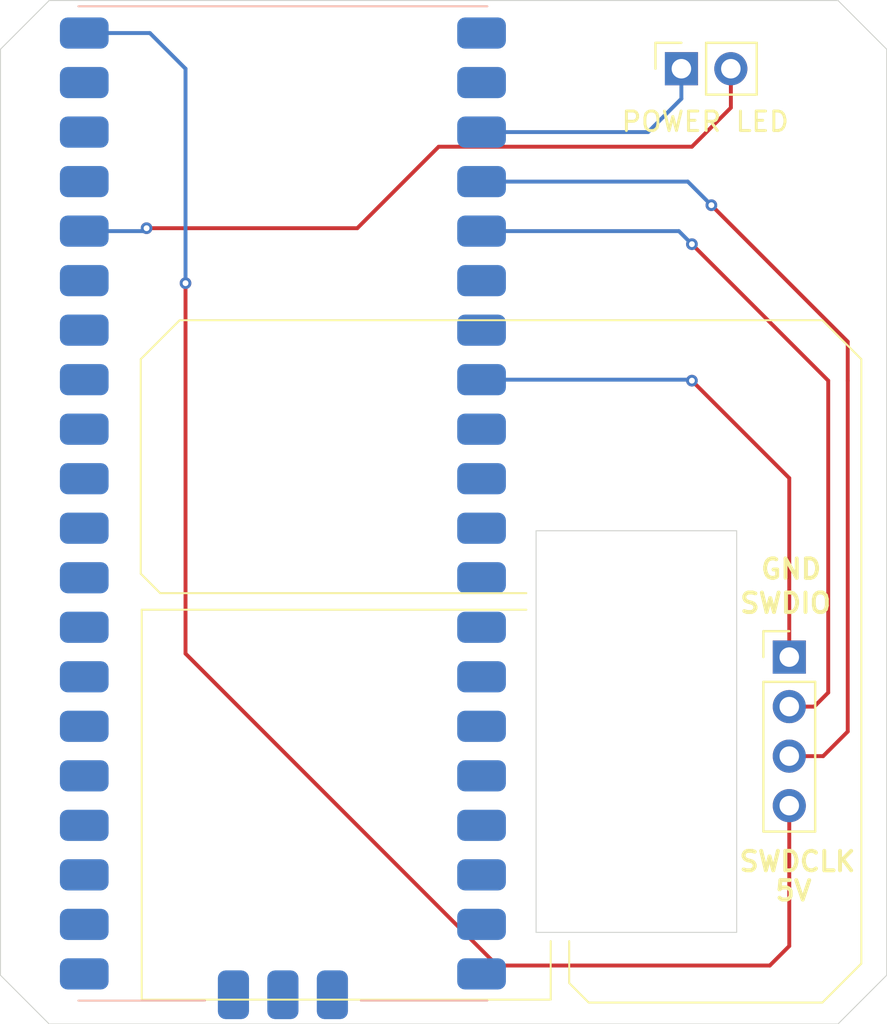
<source format=kicad_pcb>
(kicad_pcb (version 20240108) (generator "pcbnew") (generator_version "8.0")
  (layers (0 "F.Cu" signal) (31 "B.Cu" signal) (34 "B.Paste" user) (35 "F.Paste" user) (36 "B.SilkS" user "B.Silkscreen") (37 "F.SilkS" user "F.Silkscreen") (38 "B.Mask" user) (39 "F.Mask" user) (44 "Edge.Cuts" user))
  (net 0 "")
  (net 1 "GND")
  (net 2 "CLK")
  (net 3 "3.3V")
  (net 4 "5V")
  (net 5 "IO")
  (footprint "Connector_PinSocket_2.54mm:PinSocket_1x02_P2.54mm_Vertical" (layer "F.Cu") (at 148.46 82 90)
    (property "Reference" "D1" (hide yes))
    (property "Value" "LED")
    (fp_line (start 1.33 -1.33) (end 1.33 0) (stroke (width 0.12)) (layer "F.SilkS"))
    (fp_line (start 0 -1.33) (end 1.33 -1.33) (stroke (width 0.12)) (layer "F.SilkS"))
    (fp_line (start 1.33 1.27) (end 1.33 3.87) (stroke (width 0.12)) (layer "F.SilkS"))
    (fp_line (start -1.33 1.27) (end 1.33 1.27) (stroke (width 0.12)) (layer "F.SilkS"))
    (fp_line (start -1.33 1.27) (end -1.33 3.87) (stroke (width 0.12)) (layer "F.SilkS"))
    (fp_line (start -1.33 3.87) (end 1.33 3.87) (stroke (width 0.12)) (layer "F.SilkS"))
    (pad "1" thru_hole rect (at 0 0 90) (size 1.7 1.7) (drill 1) (layers "*.Cu" "*.Mask") (net 1 "GND"))
    (pad "2" thru_hole oval (at 0 2.54 90) (size 1.7 1.7) (drill 1) (layers "*.Cu" "*.Mask") (net 3 "3.3V"))
  )
  (footprint "Connector_PinHeader_2.54mm:PinHeader_1x04_P2.54mm_Vertical" (layer "F.Cu") (at 154 112.18)
    (property "Reference" "J1" (hide yes))
    (property "Value" "watch_connector" (hide yes))
    (fp_line (start -1.33 -1.33) (end 0 -1.33) (stroke (width 0.12)) (layer "F.SilkS"))
    (fp_line (start -1.33 0) (end -1.33 -1.33) (stroke (width 0.12)) (layer "F.SilkS"))
    (fp_line (start -1.33 1.27) (end -1.33 8.95) (stroke (width 0.12)) (layer "F.SilkS"))
    (fp_line (start -1.33 1.27) (end 1.33 1.27) (stroke (width 0.12)) (layer "F.SilkS"))
    (fp_line (start -1.33 8.95) (end 1.33 8.95) (stroke (width 0.12)) (layer "F.SilkS"))
    (fp_line (start 1.33 1.27) (end 1.33 8.95) (stroke (width 0.12)) (layer "F.SilkS"))
    (pad "1" thru_hole rect (at 0 0) (size 1.7 1.7) (drill 1) (layers "*.Cu" "*.Mask") (net 1 "GND"))
    (pad "2" thru_hole oval (at 0 2.54) (size 1.7 1.7) (drill 1) (layers "*.Cu" "*.Mask") (net 5 "IO"))
    (pad "3" thru_hole oval (at 0 5.08) (size 1.7 1.7) (drill 1) (layers "*.Cu" "*.Mask") (net 2 "CLK"))
    (pad "4" thru_hole oval (at 0 7.62) (size 1.7 1.7) (drill 1) (layers "*.Cu" "*.Mask") (net 4 "5V"))
  )
  (footprint "charger:pico" (layer "B.Cu") (at 128 104.3 180)
    (property "Reference" "U1" (hide yes))
    (property "Value" "~")
    (fp_line (start 4 -25.5) (end 10.5 -25.5) (stroke (width 0.1)) (layer "B.SilkS"))
    (fp_line (start -4 -25.5) (end -10.5 -25.5) (stroke (width 0.1)) (layer "B.SilkS"))
    (fp_line (start -10.5 25.5) (end 10.5 25.5) (stroke (width 0.1)) (layer "B.SilkS"))
    (pad "0" smd roundrect (at -10.5 24.13 180) (size 2.5 1.6) (drill (offset 0.3 0)) (layers "B.Cu" "B.Paste" "B.Mask"))
    (pad "1" smd roundrect (at -10.5 21.59 180) (size 2.5 1.6) (drill (offset 0.3 0)) (layers "B.Cu" "B.Paste" "B.Mask"))
    (pad "2" smd roundrect (at -10.5 16.51 180) (size 2.5 1.6) (drill (offset 0.3 0)) (layers "B.Cu" "B.Paste" "B.Mask") (net 2 "CLK"))
    (pad "3" smd roundrect (at -10.5 13.97 180) (size 2.5 1.6) (drill (offset 0.3 0)) (layers "B.Cu" "B.Paste" "B.Mask") (net 5 "IO"))
    (pad "4" smd roundrect (at -10.5 11.43 180) (size 2.5 1.6) (drill (offset 0.3 0)) (layers "B.Cu" "B.Paste" "B.Mask"))
    (pad "5" smd roundrect (at -10.5 8.89 180) (size 2.5 1.6) (drill (offset 0.3 0)) (layers "B.Cu" "B.Paste" "B.Mask"))
    (pad "6" smd roundrect (at -10.5 3.81 180) (size 2.5 1.6) (drill (offset 0.3 0)) (layers "B.Cu" "B.Paste" "B.Mask"))
    (pad "7" smd roundrect (at -10.5 1.27 180) (size 2.5 1.6) (drill (offset 0.3 0)) (layers "B.Cu" "B.Paste" "B.Mask"))
    (pad "8" smd roundrect (at -10.5 -1.27 180) (size 2.5 1.6) (drill (offset 0.3 0)) (layers "B.Cu" "B.Paste" "B.Mask"))
    (pad "9" smd roundrect (at -10.5 -3.81 180) (size 2.5 1.6) (drill (offset 0.3 0)) (layers "B.Cu" "B.Paste" "B.Mask"))
    (pad "10" smd roundrect (at -10.5 -8.89 180) (size 2.5 1.6) (drill (offset 0.3 0)) (layers "B.Cu" "B.Paste" "B.Mask"))
    (pad "11" smd roundrect (at -10.5 -11.43 180) (size 2.5 1.6) (drill (offset 0.3 0)) (layers "B.Cu" "B.Paste" "B.Mask"))
    (pad "12" smd roundrect (at -10.5 -13.97 180) (size 2.5 1.6) (drill (offset 0.3 0)) (layers "B.Cu" "B.Paste" "B.Mask"))
    (pad "13" smd roundrect (at -10.5 -16.51 180) (size 2.5 1.6) (drill (offset 0.3 0)) (layers "B.Cu" "B.Paste" "B.Mask"))
    (pad "14" smd roundrect (at -10.5 -21.59 180) (size 2.5 1.6) (drill (offset 0.3 0)) (layers "B.Cu" "B.Paste" "B.Mask"))
    (pad "15" smd roundrect (at -10.5 -24.13 180) (size 2.5 1.6) (drill (offset 0.3 0)) (layers "B.Cu" "B.Paste" "B.Mask"))
    (pad "16" smd roundrect (at 10.5 -24.13 180) (size 2.5 1.6) (drill (offset -0.3 0)) (layers "B.Cu" "B.Paste" "B.Mask"))
    (pad "17" smd roundrect (at 10.5 -21.59 180) (size 2.5 1.6) (drill (offset -0.3 0)) (layers "B.Cu" "B.Paste" "B.Mask"))
    (pad "18" smd roundrect (at 10.5 -16.51 180) (size 2.5 1.6) (drill (offset -0.3 0)) (layers "B.Cu" "B.Paste" "B.Mask"))
    (pad "19" smd roundrect (at 10.5 -13.97 180) (size 2.5 1.6) (drill (offset -0.3 0)) (layers "B.Cu" "B.Paste" "B.Mask"))
    (pad "20" smd roundrect (at 10.5 -11.43 180) (size 2.5 1.6) (drill (offset -0.3 0)) (layers "B.Cu" "B.Paste" "B.Mask"))
    (pad "21" smd roundrect (at 10.5 -8.89 180) (size 2.5 1.6) (drill (offset -0.3 0)) (layers "B.Cu" "B.Paste" "B.Mask"))
    (pad "22" smd roundrect (at 10.5 -3.81 180) (size 2.5 1.6) (drill (offset -0.3 0)) (layers "B.Cu" "B.Paste" "B.Mask"))
    (pad "26" smd roundrect (at 10.5 1.27 180) (size 2.5 1.6) (drill (offset -0.3 0)) (layers "B.Cu" "B.Paste" "B.Mask"))
    (pad "27" smd roundrect (at 10.5 3.81 180) (size 2.5 1.6) (drill (offset -0.3 0)) (layers "B.Cu" "B.Paste" "B.Mask"))
    (pad "28" smd roundrect (at 10.5 8.89 180) (size 2.5 1.6) (drill (offset -0.3 0)) (layers "B.Cu" "B.Paste" "B.Mask"))
    (pad "29" smd roundrect (at -10.5 -19.05 180) (size 2.5 1.6) (drill (offset 0.3 0)) (layers "B.Cu" "B.Paste" "B.Mask") (net 1 "GND"))
    (pad "29" smd roundrect (at -10.5 -6.35 180) (size 2.5 1.6) (drill (offset 0.3 0)) (layers "B.Cu" "B.Paste" "B.Mask") (net 1 "GND"))
    (pad "29" smd roundrect (at -10.5 6.35 180) (size 2.5 1.6) (drill (offset 0.3 0)) (layers "B.Cu" "B.Paste" "B.Mask") (net 1 "GND"))
    (pad "29" smd roundrect (at -10.5 19.05 180) (size 2.5 1.6) (drill (offset 0.3 0)) (layers "B.Cu" "B.Paste" "B.Mask") (net 1 "GND"))
    (pad "29" smd roundrect (at 0 -25.5 90) (size 2.5 1.6) (drill (offset 0.3 0)) (layers "B.Cu" "B.Paste" "B.Mask") (net 1 "GND"))
    (pad "29" smd roundrect (at 10.5 -19.05 180) (size 2.5 1.6) (drill (offset -0.3 0)) (layers "B.Cu" "B.Paste" "B.Mask") (net 1 "GND"))
    (pad "29" smd roundrect (at 10.5 -6.35 180) (size 2.5 1.6) (drill (offset -0.3 0)) (layers "B.Cu" "B.Paste" "B.Mask") (net 1 "GND"))
    (pad "29" smd roundrect (at 10.5 6.35 180) (size 2.5 1.6) (drill (offset -0.3 0)) (layers "B.Cu" "B.Paste" "B.Mask") (net 1 "GND"))
    (pad "29" smd roundrect (at 10.5 19.05 180) (size 2.5 1.6) (drill (offset -0.3 0)) (layers "B.Cu" "B.Paste" "B.Mask") (net 1 "GND"))
    (pad "30" smd roundrect (at 10.5 11.43 180) (size 2.5 1.6) (drill (offset -0.3 0)) (layers "B.Cu" "B.Paste" "B.Mask"))
    (pad "31" smd roundrect (at -2.54 -25.5 90) (size 2.5 1.6) (drill (offset 0.3 0)) (layers "B.Cu" "B.Paste" "B.Mask"))
    (pad "32" smd roundrect (at 2.54 -25.5 90) (size 2.5 1.6) (drill (offset 0.3 0)) (layers "B.Cu" "B.Paste" "B.Mask"))
    (pad "33" smd roundrect (at 10.5 13.97 180) (size 2.5 1.6) (drill (offset -0.3 0)) (layers "B.Cu" "B.Paste" "B.Mask") (net 3 "3.3V"))
    (pad "34" smd roundrect (at 10.5 16.51 180) (size 2.5 1.6) (drill (offset -0.3 0)) (layers "B.Cu" "B.Paste" "B.Mask"))
    (pad "35" smd roundrect (at 10.5 21.59 180) (size 2.5 1.6) (drill (offset -0.3 0)) (layers "B.Cu" "B.Paste" "B.Mask"))
    (pad "36" smd roundrect (at 10.5 24.13 180) (size 2.5 1.6) (drill (offset -0.3 0)) (layers "B.Cu" "B.Paste" "B.Mask") (net 4 "5V"))
    (pad "37" smd roundrect (at 10.5 -1.27 180) (size 2.5 1.6) (drill (offset -0.3 0)) (layers "B.Cu" "B.Paste" "B.Mask"))
  )
  (gr_line (start 155.7 94.9) (end 157.7 96.9) (stroke (width 0.1)) (layer "F.SilkS"))
  (gr_line (start 142.7 128.9) (end 142.7 126.75) (stroke (width 0.1)) (layer "F.SilkS"))
  (gr_line (start 120.7 96.9) (end 122.7 94.9) (stroke (width 0.1)) (layer "F.SilkS"))
  (gr_line (start 121.7 108.9) (end 120.7 107.9) (stroke (width 0.1)) (layer "F.SilkS"))
  (gr_line (start 122.7 94.9) (end 155.7 94.9) (stroke (width 0.1)) (layer "F.SilkS"))
  (gr_line (start 141.75 129.75) (end 120.75 129.75) (stroke (width 0.1)) (layer "F.SilkS"))
  (gr_line (start 141.75 126.75) (end 141.75 129.75) (stroke (width 0.1)) (layer "F.SilkS"))
  (gr_line (start 143.7 129.9) (end 142.7 128.9) (stroke (width 0.1)) (layer "F.SilkS"))
  (gr_line (start 155.7 129.9) (end 143.7 129.9) (stroke (width 0.1)) (layer "F.SilkS"))
  (gr_line (start 120.7 107.9) (end 120.7 96.9) (stroke (width 0.1)) (layer "F.SilkS"))
  (gr_line (start 120.75 129.75) (end 120.75 109.75) (stroke (width 0.1)) (layer "F.SilkS"))
  (gr_line (start 140.5 108.9) (end 121.7 108.9) (stroke (width 0.1)) (layer "F.SilkS"))
  (gr_line (start 157.7 96.9) (end 157.7 127.9) (stroke (width 0.1)) (layer "F.SilkS"))
  (gr_line (start 157.7 127.9) (end 155.7 129.9) (stroke (width 0.1)) (layer "F.SilkS"))
  (gr_line (start 120.75 109.75) (end 140.5 109.75) (stroke (width 0.1)) (layer "F.SilkS"))
  (gr_line (start 159 81) (end 159 128.5) (stroke (width 0.05)) (layer "Edge.Cuts"))
  (gr_line (start 116 78.5) (end 156.5 78.5) (stroke (width 0.05)) (layer "Edge.Cuts"))
  (gr_line (start 113.5 128.5) (end 116 131) (stroke (width 0.05)) (layer "Edge.Cuts"))
  (gr_line (start 151.3 126.3) (end 151.3 105.7) (stroke (width 0.05)) (layer "Edge.Cuts"))
  (gr_line (start 113.5 81) (end 113.5 128.5) (stroke (width 0.05)) (layer "Edge.Cuts"))
  (gr_line (start 156.5 131) (end 116 131) (stroke (width 0.05)) (layer "Edge.Cuts"))
  (gr_line (start 141 126.3) (end 151.3 126.3) (stroke (width 0.05)) (layer "Edge.Cuts"))
  (gr_line (start 141 105.7) (end 141 126.3) (stroke (width 0.05)) (layer "Edge.Cuts"))
  (gr_line (start 151.3 105.7) (end 141 105.7) (stroke (width 0.05)) (layer "Edge.Cuts"))
  (gr_line (start 156.5 131) (end 159 128.5) (stroke (width 0.05)) (layer "Edge.Cuts"))
  (gr_line (start 159 81) (end 156.5 78.5) (stroke (width 0.05)) (layer "Edge.Cuts"))
  (gr_line (start 116 78.5) (end 113.5 81) (stroke (width 0.05)) (layer "Edge.Cuts"))
  (gr_text "5V\n" (at 155.25 124.75 0) (layer "F.SilkS") (effects (font (size 1 1) (thickness 0.2) (bold yes)) (justify right bottom)))
  (gr_text "GND" (at 155.75 108.25 0) (layer "F.SilkS") (effects (font (size 1 1) (thickness 0.2) (bold yes)) (justify right bottom)))
  (gr_text "POWER LED" (at 145.3 85.3 0) (layer "F.SilkS") (effects (font (size 1 1)) (justify left bottom)))
  (gr_text "SWDCLK\n" (at 157.5 123.25 0) (layer "F.SilkS") (effects (font (size 1 1) (thickness 0.2) (bold yes)) (justify right bottom)))
  (gr_text "SWDIO\n" (at 156.25 110 0) (layer "F.SilkS") (effects (font (size 1 1) (thickness 0.2) (bold yes)) (justify right bottom)))
  (segment (start 154 112.18) (end 154 103) (width 0.2) (layer "F.Cu") (net 1))
  (segment (start 154 103) (end 149 98) (width 0.2) (layer "F.Cu") (net 1))
  (via (at 149 98) (size 0.6) (drill 0.3) (layers "F.Cu" "B.Cu") (net 1))
  (segment (start 138.5 97.95) (end 148.95 97.95) (width 0.2) (layer "B.Cu") (net 1))
  (segment (start 146.75 85.25) (end 138.5 85.25) (width 0.2) (layer "B.Cu") (net 1))
  (segment (start 148.95 97.95) (end 149 98) (width 0.2) (layer "B.Cu") (net 1))
  (segment (start 148.46 83.54) (end 146.75 85.25) (width 0.2) (layer "B.Cu") (net 1))
  (segment (start 148.46 82) (end 148.46 83.54) (width 0.2) (layer "B.Cu") (net 1))
  (segment (start 157 96) (end 150 89) (width 0.2) (layer "F.Cu") (net 2))
  (segment (start 156 117) (end 157 116) (width 0.2) (layer "F.Cu") (net 2))
  (segment (start 154 117.26) (end 155.74 117.26) (width 0.2) (layer "F.Cu") (net 2))
  (segment (start 155.74 117.26) (end 156 117) (width 0.2) (layer "F.Cu") (net 2))
  (segment (start 157 98) (end 157 96) (width 0.2) (layer "F.Cu") (net 2))
  (segment (start 157 116) (end 157 98) (width 0.2) (layer "F.Cu") (net 2))
  (via (at 150 89) (size 0.6) (drill 0.3) (layers "F.Cu" "B.Cu") (net 2))
  (segment (start 148.79 87.79) (end 150 89) (width 0.2) (layer "B.Cu") (net 2))
  (segment (start 138.5 87.79) (end 148.79 87.79) (width 0.2) (layer "B.Cu") (net 2))
  (segment (start 149 86) (end 151 84) (width 0.2) (layer "F.Cu") (net 3))
  (segment (start 151 84) (end 151 82) (width 0.2) (layer "F.Cu") (net 3))
  (segment (start 131.82 90.18) (end 136 86) (width 0.2) (layer "F.Cu") (net 3))
  (segment (start 136 86) (end 149 86) (width 0.2) (layer "F.Cu") (net 3))
  (segment (start 121 90.18) (end 131.82 90.18) (width 0.2) (layer "F.Cu") (net 3))
  (via (at 121 90.18) (size 0.6) (drill 0.3) (layers "F.Cu" "B.Cu") (net 3))
  (segment (start 120.85 90.33) (end 121 90.18) (width 0.2) (layer "B.Cu") (net 3))
  (segment (start 117.5 90.33) (end 120.85 90.33) (width 0.2) (layer "B.Cu") (net 3))
  (segment (start 154 119.8) (end 154 127) (width 0.2) (layer "F.Cu") (net 4))
  (segment (start 123 112) (end 123 93) (width 0.2) (layer "F.Cu") (net 4))
  (segment (start 153 128) (end 139 128) (width 0.2) (layer "F.Cu") (net 4))
  (segment (start 154 127) (end 153 128) (width 0.2) (layer "F.Cu") (net 4))
  (segment (start 139 128) (end 123 112) (width 0.2) (layer "F.Cu") (net 4))
  (via (at 123 93) (size 0.6) (drill 0.3) (layers "F.Cu" "B.Cu") (net 4))
  (segment (start 117.5 80.17) (end 121.17 80.17) (width 0.2) (layer "B.Cu") (net 4))
  (segment (start 121.17 80.17) (end 123 82) (width 0.2) (layer "B.Cu") (net 4))
  (segment (start 123 82) (end 123 93) (width 0.2) (layer "B.Cu") (net 4))
  (segment (start 155.28 114.72) (end 156 114) (width 0.2) (layer "F.Cu") (net 5))
  (segment (start 156 98) (end 149 91) (width 0.2) (layer "F.Cu") (net 5))
  (segment (start 156 114) (end 156 98) (width 0.2) (layer "F.Cu") (net 5))
  (segment (start 154 114.72) (end 155.28 114.72) (width 0.2) (layer "F.Cu") (net 5))
  (via (at 149 91) (size 0.6) (drill 0.3) (layers "F.Cu" "B.Cu") (net 5))
  (segment (start 148.33 90.33) (end 149 91) (width 0.2) (layer "B.Cu") (net 5))
  (segment (start 138.5 90.33) (end 148.33 90.33) (width 0.2) (layer "B.Cu") (net 5))
)
</source>
